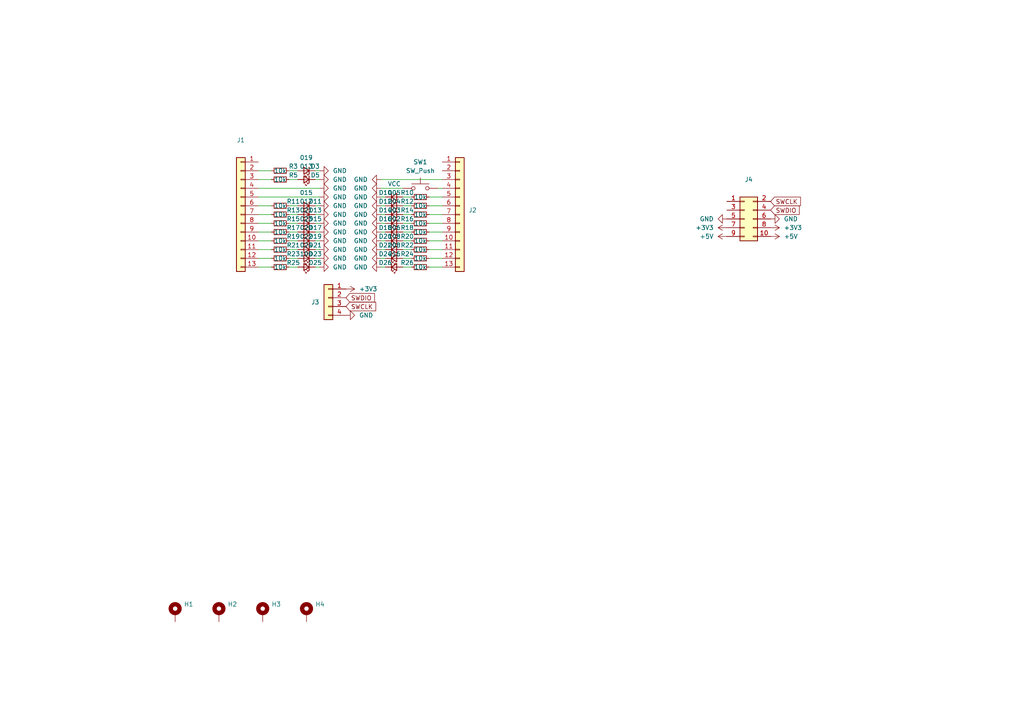
<source format=kicad_sch>
(kicad_sch (version 20211123) (generator eeschema)
  (paper "A4")
  (lib_symbols
    (symbol "Connector_Generic:Conn_01x04" (pin_names (offset 1.016) hide)
      (property "Reference" "J" (at 0 5.08 0))
      (property "Value" "Conn_01x04" (at 0 -7.62 0))
      (symbol "Conn_01x04_1_1"
        (rectangle (start -1.27 -4.953) (end 0 -5.207) (stroke (width 0.1524)))
        (rectangle (start -1.27 -2.413) (end 0 -2.667) (stroke (width 0.1524)))
        (rectangle (start -1.27 0.127) (end 0 -0.127) (stroke (width 0.1524)))
        (rectangle (start -1.27 2.667) (end 0 2.413) (stroke (width 0.1524)))
        (rectangle (start -1.27 3.81) (end 1.27 -6.35) (stroke (width 0.254)) (fill (type background)))
        (pin passive line (at -5.08 2.54 0) (length 3.81) (name "Pin_1") (number "1"))
        (pin passive line (at -5.08 0 0) (length 3.81) (name "Pin_2") (number "2"))
        (pin passive line (at -5.08 -2.54 0) (length 3.81) (name "Pin_3") (number "3"))
        (pin passive line (at -5.08 -5.08 0) (length 3.81) (name "Pin_4") (number "4"))
      )
    )
    (symbol "Connector_Generic:Conn_01x13" (pin_names (offset 1.016) hide)
      (property "Reference" "J" (at 0 17.78 0))
      (property "Value" "Conn_01x13" (at 0 -17.78 0))
      (symbol "Conn_01x13_1_1"
        (rectangle (start -1.27 -15.113) (end 0 -15.367) (stroke (width 0.1524)))
        (rectangle (start -1.27 -12.573) (end 0 -12.827) (stroke (width 0.1524)))
        (rectangle (start -1.27 -10.033) (end 0 -10.287) (stroke (width 0.1524)))
        (rectangle (start -1.27 -7.493) (end 0 -7.747) (stroke (width 0.1524)))
        (rectangle (start -1.27 -4.953) (end 0 -5.207) (stroke (width 0.1524)))
        (rectangle (start -1.27 -2.413) (end 0 -2.667) (stroke (width 0.1524)))
        (rectangle (start -1.27 0.127) (end 0 -0.127) (stroke (width 0.1524)))
        (rectangle (start -1.27 2.667) (end 0 2.413) (stroke (width 0.1524)))
        (rectangle (start -1.27 5.207) (end 0 4.953) (stroke (width 0.1524)))
        (rectangle (start -1.27 7.747) (end 0 7.493) (stroke (width 0.1524)))
        (rectangle (start -1.27 10.287) (end 0 10.033) (stroke (width 0.1524)))
        (rectangle (start -1.27 12.827) (end 0 12.573) (stroke (width 0.1524)))
        (rectangle (start -1.27 15.367) (end 0 15.113) (stroke (width 0.1524)))
        (rectangle (start -1.27 16.51) (end 1.27 -16.51) (stroke (width 0.254)) (fill (type background)))
        (pin passive line (at -5.08 15.24 0) (length 3.81) (name "Pin_1") (number "1"))
        (pin passive line (at -5.08 -7.62 0) (length 3.81) (name "Pin_10") (number "10"))
        (pin passive line (at -5.08 -10.16 0) (length 3.81) (name "Pin_11") (number "11"))
        (pin passive line (at -5.08 -12.7 0) (length 3.81) (name "Pin_12") (number "12"))
        (pin passive line (at -5.08 -15.24 0) (length 3.81) (name "Pin_13") (number "13"))
        (pin passive line (at -5.08 12.7 0) (length 3.81) (name "Pin_2") (number "2"))
        (pin passive line (at -5.08 10.16 0) (length 3.81) (name "Pin_3") (number "3"))
        (pin passive line (at -5.08 7.62 0) (length 3.81) (name "Pin_4") (number "4"))
        (pin passive line (at -5.08 5.08 0) (length 3.81) (name "Pin_5") (number "5"))
        (pin passive line (at -5.08 2.54 0) (length 3.81) (name "Pin_6") (number "6"))
        (pin passive line (at -5.08 0 0) (length 3.81) (name "Pin_7") (number "7"))
        (pin passive line (at -5.08 -2.54 0) (length 3.81) (name "Pin_8") (number "8"))
        (pin passive line (at -5.08 -5.08 0) (length 3.81) (name "Pin_9") (number "9"))
      )
    )
    (symbol "Connector_Generic:Conn_02x05_Odd_Even" (pin_names (offset 1.016) hide)
      (property "Reference" "J" (at 1.27 7.62 0))
      (property "Value" "Conn_02x05_Odd_Even" (at 1.27 -7.62 0))
      (symbol "Conn_02x05_Odd_Even_1_1"
        (rectangle (start -1.27 -4.953) (end 0 -5.207) (stroke (width 0.1524)))
        (rectangle (start -1.27 -2.413) (end 0 -2.667) (stroke (width 0.1524)))
        (rectangle (start -1.27 0.127) (end 0 -0.127) (stroke (width 0.1524)))
        (rectangle (start -1.27 2.667) (end 0 2.413) (stroke (width 0.1524)))
        (rectangle (start -1.27 5.207) (end 0 4.953) (stroke (width 0.1524)))
        (rectangle (start -1.27 6.35) (end 3.81 -6.35) (stroke (width 0.254)) (fill (type background)))
        (rectangle (start 3.81 -4.953) (end 2.54 -5.207) (stroke (width 0.1524)))
        (rectangle (start 3.81 -2.413) (end 2.54 -2.667) (stroke (width 0.1524)))
        (rectangle (start 3.81 0.127) (end 2.54 -0.127) (stroke (width 0.1524)))
        (rectangle (start 3.81 2.667) (end 2.54 2.413) (stroke (width 0.1524)))
        (rectangle (start 3.81 5.207) (end 2.54 4.953) (stroke (width 0.1524)))
        (pin passive line (at -5.08 5.08 0) (length 3.81) (name "Pin_1") (number "1"))
        (pin passive line (at 7.62 -5.08 180) (length 3.81) (name "Pin_10") (number "10"))
        (pin passive line (at 7.62 5.08 180) (length 3.81) (name "Pin_2") (number "2"))
        (pin passive line (at -5.08 2.54 0) (length 3.81) (name "Pin_3") (number "3"))
        (pin passive line (at 7.62 2.54 180) (length 3.81) (name "Pin_4") (number "4"))
        (pin passive line (at -5.08 0 0) (length 3.81) (name "Pin_5") (number "5"))
        (pin passive line (at 7.62 0 180) (length 3.81) (name "Pin_6") (number "6"))
        (pin passive line (at -5.08 -2.54 0) (length 3.81) (name "Pin_7") (number "7"))
        (pin passive line (at 7.62 -2.54 180) (length 3.81) (name "Pin_8") (number "8"))
        (pin passive line (at -5.08 -5.08 0) (length 3.81) (name "Pin_9") (number "9"))
      )
    )
    (symbol "Device:LED_Small" (pin_numbers hide) (pin_names (offset 0.254) hide)
      (property "Reference" "D" (at -1.27 3.175 0))
      (property "Value" "LED_Small" (at -4.445 -2.54 0))
      (symbol "LED_Small_0_1"
        (polyline (pts (xy -0.762 -1.016) (xy -0.762 1.016)) (stroke (width 0.254)))
        (polyline (pts (xy 1.016 0) (xy -0.762 0)))
        (polyline (pts (xy 0.762 -1.016) (xy -0.762 0) (xy 0.762 1.016) (xy 0.762 -1.016)) (stroke (width 0.254)))
        (polyline (pts (xy 0 0.762) (xy -0.508 1.27) (xy -0.254 1.27) (xy -0.508 1.27) (xy -0.508 1.016)))
        (polyline (pts (xy 0.508 1.27) (xy 0 1.778) (xy 0.254 1.778) (xy 0 1.778) (xy 0 1.524)))
      )
      (symbol "LED_Small_1_1"
        (pin passive line (at -2.54 0 0) (length 1.778) (name "K") (number "1"))
        (pin passive line (at 2.54 0 180) (length 1.778) (name "A") (number "2"))
      )
    )
    (symbol "Device:R_Small" (pin_numbers hide) (pin_names (offset 0.254) hide)
      (property "Reference" "R" (at 0.762 0.508 0))
      (property "Value" "R_Small" (at 0.762 -1.016 0))
      (symbol "R_Small_0_1"
        (rectangle (start -0.762 1.778) (end 0.762 -1.778) (stroke (width 0.2032)))
      )
      (symbol "R_Small_1_1"
        (pin passive line (at 0 2.54 270) (length 0.762) (name "~") (number "1"))
        (pin passive line (at 0 -2.54 90) (length 0.762) (name "~") (number "2"))
      )
    )
    (symbol "Mechanical:MountingHole_Pad" (pin_numbers hide) (pin_names (offset 1.016) hide)
      (property "Reference" "H" (at 0 6.35 0))
      (property "Value" "MountingHole_Pad" (at 0 4.445 0))
      (symbol "MountingHole_Pad_0_1"
        (circle (center 0 1.27) (radius 1.27) (stroke (width 1.27)))
      )
      (symbol "MountingHole_Pad_1_1"
        (pin input line (at 0 -2.54 90) (length 2.54) (name "1") (number "1"))
      )
    )
    (symbol "Switch:SW_Push" (pin_numbers hide) (pin_names (offset 1.016) hide)
      (property "Reference" "SW" (at 1.27 2.54 0))
      (property "Value" "SW_Push" (at 0 -1.524 0))
      (symbol "SW_Push_0_1"
        (circle (center -2.032 0) (radius 0.508))
        (polyline (pts (xy 0 1.27) (xy 0 3.048)))
        (polyline (pts (xy 2.54 1.27) (xy -2.54 1.27)))
        (circle (center 2.032 0) (radius 0.508))
        (pin passive line (at -5.08 0 0) (length 2.54) (name "1") (number "1"))
        (pin passive line (at 5.08 0 180) (length 2.54) (name "2") (number "2"))
      )
    )
    (symbol "power:+3.3V" (power) (pin_names (offset 0))
      (property "Value" "+3.3V" (at 0 3.556 0))
      (symbol "+3.3V_0_1"
        (polyline (pts (xy -0.762 1.27) (xy 0 2.54)))
        (polyline (pts (xy 0 0) (xy 0 2.54)))
        (polyline (pts (xy 0 2.54) (xy 0.762 1.27)))
      )
      (symbol "+3.3V_1_1"
        (pin power_in line (at 0 0 90) (length 0) hide (name "+3V3") (number "1"))
      )
    )
    (symbol "power:+5V" (power) (pin_names (offset 0))
      (property "Value" "+5V" (at 0 3.556 0))
      (symbol "+5V_0_1"
        (polyline (pts (xy -0.762 1.27) (xy 0 2.54)))
        (polyline (pts (xy 0 0) (xy 0 2.54)))
        (polyline (pts (xy 0 2.54) (xy 0.762 1.27)))
      )
      (symbol "+5V_1_1"
        (pin power_in line (at 0 0 90) (length 0) hide (name "+5V") (number "1"))
      )
    )
    (symbol "power:GND" (power) (pin_names (offset 0))
      (property "Value" "GND" (at 0 -3.81 0))
      (symbol "GND_0_1"
        (polyline (pts (xy 0 0) (xy 0 -1.27) (xy 1.27 -1.27) (xy 0 -2.54) (xy -1.27 -1.27) (xy 0 -1.27)))
      )
      (symbol "GND_1_1"
        (pin power_in line (at 0 0 270) (length 0) hide (name "GND") (number "1"))
      )
    )
  )
  (wire (pts (xy 128.27 67.31) (xy 124.46 67.31)))
  (wire (pts (xy 110.49 62.23) (xy 111.76 62.23)))
  (wire (pts (xy 92.71 72.39) (xy 91.44 72.39)))
  (wire (pts (xy 110.49 64.77) (xy 111.76 64.77)))
  (wire (pts (xy 92.71 67.31) (xy 91.44 67.31)))
  (wire (pts (xy 74.93 72.39) (xy 78.74 72.39)))
  (wire (pts (xy 92.71 64.77) (xy 91.44 64.77)))
  (wire (pts (xy 119.38 69.85) (xy 116.84 69.85)))
  (wire (pts (xy 83.82 69.85) (xy 86.36 69.85)))
  (wire (pts (xy 74.93 49.53) (xy 78.74 49.53)))
  (wire (pts (xy 83.82 77.47) (xy 86.36 77.47)))
  (wire (pts (xy 128.27 72.39) (xy 124.46 72.39)))
  (wire (pts (xy 110.49 54.61) (xy 116.84 54.61)))
  (wire (pts (xy 74.93 52.07) (xy 78.74 52.07)))
  (wire (pts (xy 128.27 64.77) (xy 124.46 64.77)))
  (wire (pts (xy 83.82 67.31) (xy 86.36 67.31)))
  (wire (pts (xy 119.38 67.31) (xy 116.84 67.31)))
  (wire (pts (xy 110.49 72.39) (xy 111.76 72.39)))
  (wire (pts (xy 119.38 74.93) (xy 116.84 74.93)))
  (wire (pts (xy 119.38 64.77) (xy 116.84 64.77)))
  (wire (pts (xy 110.49 57.15) (xy 111.76 57.15)))
  (wire (pts (xy 74.93 62.23) (xy 78.74 62.23)))
  (wire (pts (xy 128.27 69.85) (xy 124.46 69.85)))
  (wire (pts (xy 119.38 57.15) (xy 116.84 57.15)))
  (wire (pts (xy 110.49 77.47) (xy 111.76 77.47)))
  (wire (pts (xy 83.82 59.69) (xy 86.36 59.69)))
  (wire (pts (xy 74.93 67.31) (xy 78.74 67.31)))
  (wire (pts (xy 92.71 59.69) (xy 91.44 59.69)))
  (wire (pts (xy 119.38 77.47) (xy 116.84 77.47)))
  (wire (pts (xy 83.82 49.53) (xy 86.36 49.53)))
  (wire (pts (xy 92.71 62.23) (xy 91.44 62.23)))
  (wire (pts (xy 110.49 59.69) (xy 111.76 59.69)))
  (wire (pts (xy 128.27 62.23) (xy 124.46 62.23)))
  (wire (pts (xy 110.49 69.85) (xy 111.76 69.85)))
  (wire (pts (xy 127 54.61) (xy 128.27 54.61)))
  (wire (pts (xy 83.82 64.77) (xy 86.36 64.77)))
  (wire (pts (xy 83.82 72.39) (xy 86.36 72.39)))
  (wire (pts (xy 92.71 49.53) (xy 91.44 49.53)))
  (wire (pts (xy 83.82 74.93) (xy 86.36 74.93)))
  (wire (pts (xy 110.49 52.07) (xy 128.27 52.07)))
  (wire (pts (xy 92.71 69.85) (xy 91.44 69.85)))
  (wire (pts (xy 119.38 62.23) (xy 116.84 62.23)))
  (wire (pts (xy 92.71 74.93) (xy 91.44 74.93)))
  (wire (pts (xy 74.93 77.47) (xy 78.74 77.47)))
  (wire (pts (xy 92.71 54.61) (xy 74.93 54.61)))
  (wire (pts (xy 74.93 64.77) (xy 78.74 64.77)))
  (wire (pts (xy 119.38 59.69) (xy 116.84 59.69)))
  (wire (pts (xy 128.27 59.69) (xy 124.46 59.69)))
  (wire (pts (xy 92.71 77.47) (xy 91.44 77.47)))
  (wire (pts (xy 74.93 69.85) (xy 78.74 69.85)))
  (wire (pts (xy 92.71 52.07) (xy 91.44 52.07)))
  (wire (pts (xy 110.49 67.31) (xy 111.76 67.31)))
  (wire (pts (xy 128.27 57.15) (xy 124.46 57.15)))
  (wire (pts (xy 92.71 57.15) (xy 74.93 57.15)))
  (wire (pts (xy 74.93 74.93) (xy 78.74 74.93)))
  (wire (pts (xy 128.27 74.93) (xy 124.46 74.93)))
  (wire (pts (xy 128.27 77.47) (xy 124.46 77.47)))
  (wire (pts (xy 83.82 52.07) (xy 86.36 52.07)))
  (wire (pts (xy 110.49 74.93) (xy 111.76 74.93)))
  (wire (pts (xy 83.82 62.23) (xy 86.36 62.23)))
  (wire (pts (xy 74.93 59.69) (xy 78.74 59.69)))
  (wire (pts (xy 119.38 72.39) (xy 116.84 72.39)))
  (global_label "SWCLK" (shape input) (at 223.52 58.42 0) (property "Intersheet References" "${INTERSHEET_REFS}" (effects hide)))
  (global_label "SWDIO" (shape input) (at 100.33 86.36 0) (property "Intersheet References" "${INTERSHEET_REFS}" (effects hide)))
  (global_label "SWCLK" (shape input) (at 100.33 88.9 0) (property "Intersheet References" "${INTERSHEET_REFS}" (effects hide)))
  (global_label "SWDIO" (shape input) (at 223.52 60.96 0) (property "Intersheet References" "${INTERSHEET_REFS}" (effects hide)))
  (symbol (lib_id "Device:R_Small") (at 121.92 77.47 270) (mirror x) (unit 1)
    (property "Reference" "R26" (at 118.11 76.2 90))
    (property "Value" "10k" (at 121.92 77.47 90))
    (property "Footprint" "Library:R_0603_1608Metric_Pad0.98x0.95mm_HandSolder" (effects hide))
  )
  (symbol (lib_id "Device:R_Small") (at 81.28 49.53 90) (unit 1)
    (property "Reference" "R3" (at 85.09 48.26 90))
    (property "Value" "10k" (at 81.28 49.53 90))
    (property "Footprint" "Library:R_0603_1608Metric_Pad0.98x0.95mm_HandSolder" (effects hide))
  )
  (symbol (lib_id "power:GND") (at 92.71 77.47 90) (unit 1)
    (property "Reference" "#PWR0101" (effects hide))
    (property "Value" "GND" (at 96.52 77.4699 90) (effects (justify right)))
  )
  (symbol (lib_id "Device:R_Small") (at 121.92 59.69 270) (mirror x) (unit 1)
    (property "Reference" "R12" (at 118.11 58.42 90))
    (property "Value" "10k" (at 121.92 59.69 90))
    (property "Footprint" "Library:R_0603_1608Metric_Pad0.98x0.95mm_HandSolder" (effects hide))
  )
  (symbol (lib_id "Device:LED_Small") (at 114.3 77.47 0) (mirror x) (unit 1)
    (property "Reference" "D26" (at 111.76 76.2 0))
    (property "Value" "016" (at 114.3635 73.66 0))
    (property "Footprint" "Library:LED_0603_1608Metric_Pad1.05x0.95mm_HandSolder" (effects hide))
  )
  (symbol (lib_id "power:GND") (at 110.49 77.47 270) (mirror x) (unit 1)
    (property "Reference" "#PWR0104" (effects hide))
    (property "Value" "GND" (at 106.68 77.4699 90) (effects (justify right)))
  )
  (symbol (lib_id "Device:R_Small") (at 81.28 52.07 90) (unit 1)
    (property "Reference" "R5" (at 85.09 50.8 90))
    (property "Value" "10k" (at 81.28 52.07 90))
    (property "Footprint" "Library:R_0603_1608Metric_Pad0.98x0.95mm_HandSolder" (effects hide))
  )
  (symbol (lib_id "Device:R_Small") (at 121.92 72.39 270) (mirror x) (unit 1)
    (property "Reference" "R22" (at 118.11 71.12 90))
    (property "Value" "10k" (at 121.92 72.39 90))
    (property "Footprint" "Library:R_0603_1608Metric_Pad0.98x0.95mm_HandSolder" (effects hide))
  )
  (symbol (lib_id "power:GND") (at 92.71 72.39 90) (unit 1)
    (property "Reference" "#PWR0110" (effects hide))
    (property "Value" "GND" (at 96.52 72.3899 90) (effects (justify right)))
  )
  (symbol (lib_id "Mechanical:MountingHole_Pad") (at 88.9 177.8 0) (unit 1)
    (property "Reference" "H4" (at 91.44 175.2599 0) (effects (justify left)))
    (property "Value" " " (at 91.44 177.7999 0) (effects (justify left)))
    (property "Footprint" "MountingHole:MountingHole_3.2mm_M3_Pad_Via" (effects hide))
  )
  (symbol (lib_id "Device:R_Small") (at 81.28 74.93 90) (unit 1)
    (property "Reference" "R23" (at 85.09 73.66 90))
    (property "Value" "10k" (at 81.28 74.93 90))
    (property "Footprint" "Library:R_0603_1608Metric_Pad0.98x0.95mm_HandSolder" (effects hide))
  )
  (symbol (lib_id "Device:LED_Small") (at 114.3 69.85 0) (mirror x) (unit 1)
    (property "Reference" "D20" (at 111.76 68.58 0))
    (property "Value" "006" (at 114.3635 66.04 0))
    (property "Footprint" "Library:LED_0603_1608Metric_Pad1.05x0.95mm_HandSolder" (effects hide))
  )
  (symbol (lib_id "Device:LED_Small") (at 114.3 59.69 0) (mirror x) (unit 1)
    (property "Reference" "D12" (at 111.76 58.42 0))
    (property "Value" "005" (at 114.3635 55.88 0))
    (property "Footprint" "Library:LED_0603_1608Metric_Pad1.05x0.95mm_HandSolder" (effects hide))
  )
  (symbol (lib_id "Device:R_Small") (at 121.92 74.93 270) (mirror x) (unit 1)
    (property "Reference" "R24" (at 118.11 73.66 90))
    (property "Value" "10k" (at 121.92 74.93 90))
    (property "Footprint" "Library:R_0603_1608Metric_Pad0.98x0.95mm_HandSolder" (effects hide))
  )
  (symbol (lib_id "Device:R_Small") (at 121.92 62.23 270) (mirror x) (unit 1)
    (property "Reference" "R14" (at 118.11 60.96 90))
    (property "Value" "10k" (at 121.92 62.23 90))
    (property "Footprint" "Library:R_0603_1608Metric_Pad0.98x0.95mm_HandSolder" (effects hide))
  )
  (symbol (lib_id "Switch:SW_Push") (at 121.92 54.61 0) (unit 1)
    (property "Reference" "SW1" (at 121.92 46.99 0))
    (property "Value" "SW_Push" (at 121.92 49.53 0))
    (property "Footprint" "Button_Switch_SMD:SW_SPST_TL3342" (effects hide))
  )
  (symbol (lib_id "power:+5V") (at 223.52 68.58 270) (unit 1)
    (property "Reference" "#PWR0123" (effects hide))
    (property "Value" "+5V" (at 227.33 68.5799 90) (effects (justify left)))
  )
  (symbol (lib_id "power:GND") (at 110.49 57.15 270) (mirror x) (unit 1)
    (property "Reference" "#PWR0121" (effects hide))
    (property "Value" "GND" (at 106.68 57.1499 90) (effects (justify right)))
  )
  (symbol (lib_id "Device:R_Small") (at 81.28 67.31 90) (unit 1)
    (property "Reference" "R17" (at 85.09 66.04 90))
    (property "Value" "10k" (at 81.28 67.31 90))
    (property "Footprint" "Library:R_0603_1608Metric_Pad0.98x0.95mm_HandSolder" (effects hide))
  )
  (symbol (lib_id "power:GND") (at 92.71 59.69 90) (unit 1)
    (property "Reference" "#PWR0118" (effects hide))
    (property "Value" "GND" (at 96.52 59.6899 90) (effects (justify right)))
  )
  (symbol (lib_id "Device:LED_Small") (at 88.9 64.77 180) (unit 1)
    (property "Reference" "D15" (at 91.44 63.5 0))
    (property "Value" "021" (at 88.8365 60.96 0))
    (property "Footprint" "Library:LED_0603_1608Metric_Pad1.05x0.95mm_HandSolder" (effects hide))
  )
  (symbol (lib_id "power:GND") (at 110.49 59.69 270) (mirror x) (unit 1)
    (property "Reference" "#PWR0124" (effects hide))
    (property "Value" "GND" (at 106.68 59.6899 90) (effects (justify right)))
  )
  (symbol (lib_id "power:GND") (at 223.52 63.5 90) (unit 1)
    (property "Reference" "#PWR0112" (effects hide))
    (property "Value" "GND" (at 227.33 63.4999 90) (effects (justify right)))
  )
  (symbol (lib_id "Device:R_Small") (at 81.28 69.85 90) (unit 1)
    (property "Reference" "R19" (at 85.09 68.58 90))
    (property "Value" "10k" (at 81.28 69.85 90))
    (property "Footprint" "Library:R_0603_1608Metric_Pad0.98x0.95mm_HandSolder" (effects hide))
  )
  (symbol (lib_id "Device:LED_Small") (at 88.9 67.31 180) (unit 1)
    (property "Reference" "D17" (at 91.44 66.04 0))
    (property "Value" "023" (at 88.8365 63.5 0))
    (property "Footprint" "Library:LED_0603_1608Metric_Pad1.05x0.95mm_HandSolder" (effects hide))
  )
  (symbol (lib_id "Device:LED_Small") (at 114.3 72.39 0) (mirror x) (unit 1)
    (property "Reference" "D22" (at 111.76 71.12 0))
    (property "Value" "108" (at 114.3635 68.58 0))
    (property "Footprint" "Library:LED_0603_1608Metric_Pad1.05x0.95mm_HandSolder" (effects hide))
  )
  (symbol (lib_id "power:GND") (at 92.71 74.93 90) (unit 1)
    (property "Reference" "#PWR0109" (effects hide))
    (property "Value" "GND" (at 96.52 74.9299 90) (effects (justify right)))
  )
  (symbol (lib_id "power:GND") (at 110.49 69.85 270) (mirror x) (unit 1)
    (property "Reference" "#PWR0106" (effects hide))
    (property "Value" "GND" (at 106.68 69.8499 90) (effects (justify right)))
  )
  (symbol (lib_id "power:GND") (at 92.71 52.07 90) (unit 1)
    (property "Reference" "#PWR0115" (effects hide))
    (property "Value" "GND" (at 96.52 52.0699 90) (effects (justify right)))
  )
  (symbol (lib_id "power:GND") (at 110.49 74.93 270) (mirror x) (unit 1)
    (property "Reference" "#PWR0107" (effects hide))
    (property "Value" "GND" (at 106.68 74.9299 90) (effects (justify right)))
  )
  (symbol (lib_id "power:GND") (at 110.49 62.23 270) (mirror x) (unit 1)
    (property "Reference" "#PWR0126" (effects hide))
    (property "Value" "GND" (at 106.68 62.2299 90) (effects (justify right)))
  )
  (symbol (lib_id "Connector_Generic:Conn_01x13") (at 69.85 62.23 0) (mirror y) (unit 1)
    (property "Reference" "J1" (at 69.85 40.64 0))
    (property "Value" " " (at 69.85 43.18 0))
    (property "Footprint" "Library:PinHeader_1x13_P2.54mm_Vertical" (effects hide))
  )
  (symbol (lib_id "power:+3.3V") (at 223.52 66.04 270) (unit 1)
    (property "Reference" "#PWR0122" (effects hide))
    (property "Value" "+3.3V" (at 227.33 66.0399 90) (effects (justify left)))
  )
  (symbol (lib_id "power:GND") (at 110.49 54.61 270) (unit 1)
    (property "Reference" "#PWR0130" (effects hide))
    (property "Value" "GND" (at 106.68 54.6099 90) (effects (justify right)))
  )
  (symbol (lib_id "Device:R_Small") (at 121.92 69.85 270) (mirror x) (unit 1)
    (property "Reference" "R20" (at 118.11 68.58 90))
    (property "Value" "10k" (at 121.92 69.85 90))
    (property "Footprint" "Library:R_0603_1608Metric_Pad0.98x0.95mm_HandSolder" (effects hide))
  )
  (symbol (lib_id "Mechanical:MountingHole_Pad") (at 50.8 177.8 0) (unit 1)
    (property "Reference" "H1" (at 53.34 175.2599 0) (effects (justify left)))
    (property "Value" " " (at 53.34 177.7999 0) (effects (justify left)))
    (property "Footprint" "MountingHole:MountingHole_3.2mm_M3_Pad_Via" (effects hide))
  )
  (symbol (lib_id "Connector_Generic:Conn_02x05_Odd_Even") (at 215.9 63.5 0) (unit 1)
    (property "Reference" "J4" (at 217.17 52.07 0))
    (property "Value" " " (at 217.17 54.61 0))
    (property "Footprint" "Connector_IDC:IDC-Header_2x05_P2.54mm_Vertical" (effects hide))
  )
  (symbol (lib_id "Device:R_Small") (at 81.28 59.69 90) (unit 1)
    (property "Reference" "R11" (at 85.09 58.42 90))
    (property "Value" "10k" (at 81.28 59.69 90))
    (property "Footprint" "Library:R_0603_1608Metric_Pad0.98x0.95mm_HandSolder" (effects hide))
  )
  (symbol (lib_id "Device:R_Small") (at 121.92 57.15 270) (mirror x) (unit 1)
    (property "Reference" "R10" (at 118.11 55.88 90))
    (property "Value" "10k" (at 121.92 57.15 90))
    (property "Footprint" "Library:R_0603_1608Metric_Pad0.98x0.95mm_HandSolder" (effects hide))
  )
  (symbol (lib_id "Mechanical:MountingHole_Pad") (at 63.5 177.8 0) (unit 1)
    (property "Reference" "H2" (at 66.04 175.2599 0) (effects (justify left)))
    (property "Value" " " (at 66.04 177.7999 0) (effects (justify left)))
    (property "Footprint" "MountingHole:MountingHole_3.2mm_M3_Pad_Via" (effects hide))
  )
  (symbol (lib_id "Device:LED_Small") (at 114.3 57.15 0) (mirror x) (unit 1)
    (property "Reference" "D10" (at 111.76 55.88 0))
    (property "Value" "VCC" (at 114.3635 53.34 0))
    (property "Footprint" "Library:LED_0603_1608Metric_Pad1.05x0.95mm_HandSolder" (effects hide))
  )
  (symbol (lib_id "Device:LED_Small") (at 88.9 59.69 180) (unit 1)
    (property "Reference" "D11" (at 91.44 58.42 0))
    (property "Value" "015" (at 88.8365 55.88 0))
    (property "Footprint" "Library:LED_0603_1608Metric_Pad1.05x0.95mm_HandSolder" (effects hide))
  )
  (symbol (lib_id "power:GND") (at 92.71 62.23 90) (unit 1)
    (property "Reference" "#PWR0119" (effects hide))
    (property "Value" "GND" (at 96.52 62.2299 90) (effects (justify right)))
  )
  (symbol (lib_id "Device:LED_Small") (at 88.9 52.07 180) (unit 1)
    (property "Reference" "D5" (at 91.44 50.8 0))
    (property "Value" "013" (at 88.8365 48.26 0))
    (property "Footprint" "Library:LED_0603_1608Metric_Pad1.05x0.95mm_HandSolder" (effects hide))
  )
  (symbol (lib_id "power:GND") (at 92.71 67.31 90) (unit 1)
    (property "Reference" "#PWR0111" (effects hide))
    (property "Value" "GND" (at 96.52 67.3099 90) (effects (justify right)))
  )
  (symbol (lib_id "Device:R_Small") (at 81.28 62.23 90) (unit 1)
    (property "Reference" "R13" (at 85.09 60.96 90))
    (property "Value" "10k" (at 81.28 62.23 90))
    (property "Footprint" "Library:R_0603_1608Metric_Pad0.98x0.95mm_HandSolder" (effects hide))
  )
  (symbol (lib_id "power:+3.3V") (at 210.82 66.04 90) (mirror x) (unit 1)
    (property "Reference" "#PWR0120" (effects hide))
    (property "Value" "+3.3V" (at 207.01 66.0399 90) (effects (justify left)))
  )
  (symbol (lib_id "power:GND") (at 92.71 49.53 90) (unit 1)
    (property "Reference" "#PWR0113" (effects hide))
    (property "Value" "GND" (at 96.52 49.5299 90) (effects (justify right)))
  )
  (symbol (lib_id "power:GND") (at 92.71 54.61 90) (mirror x) (unit 1)
    (property "Reference" "#PWR0128" (effects hide))
    (property "Value" "GND" (at 96.52 54.6101 90) (effects (justify right)))
  )
  (symbol (lib_id "Device:LED_Small") (at 114.3 74.93 0) (mirror x) (unit 1)
    (property "Reference" "D24" (at 111.76 73.66 0))
    (property "Value" "008" (at 114.3635 71.12 0))
    (property "Footprint" "Library:LED_0603_1608Metric_Pad1.05x0.95mm_HandSolder" (effects hide))
  )
  (symbol (lib_id "Connector_Generic:Conn_01x04") (at 95.25 86.36 0) (mirror y) (unit 1)
    (property "Reference" "J3" (at 91.44 87.63 0))
    (property "Value" " " (at 95.25 80.01 0))
    (property "Footprint" "Library:PinHeader_1x04_P2.54mm_Vertical" (effects hide))
  )
  (symbol (lib_id "Device:LED_Small") (at 88.9 69.85 180) (unit 1)
    (property "Reference" "D19" (at 91.44 68.58 0))
    (property "Value" "020" (at 88.8365 66.04 0))
    (property "Footprint" "Library:LED_0603_1608Metric_Pad1.05x0.95mm_HandSolder" (effects hide))
  )
  (symbol (lib_id "Device:R_Small") (at 81.28 72.39 90) (unit 1)
    (property "Reference" "R21" (at 85.09 71.12 90))
    (property "Value" "10k" (at 81.28 72.39 90))
    (property "Footprint" "Library:R_0603_1608Metric_Pad0.98x0.95mm_HandSolder" (effects hide))
  )
  (symbol (lib_id "power:GND") (at 92.71 57.15 90) (unit 1)
    (property "Reference" "#PWR0129" (effects hide))
    (property "Value" "GND" (at 96.52 57.1501 90) (effects (justify right)))
  )
  (symbol (lib_id "Device:LED_Small") (at 114.3 64.77 0) (mirror x) (unit 1)
    (property "Reference" "D16" (at 111.76 63.5 0))
    (property "Value" "003" (at 114.3635 60.96 0))
    (property "Footprint" "Library:LED_0603_1608Metric_Pad1.05x0.95mm_HandSolder" (effects hide))
  )
  (symbol (lib_id "power:GND") (at 110.49 64.77 270) (mirror x) (unit 1)
    (property "Reference" "#PWR0103" (effects hide))
    (property "Value" "GND" (at 106.68 64.7699 90) (effects (justify right)))
  )
  (symbol (lib_id "power:GND") (at 210.82 63.5 270) (mirror x) (unit 1)
    (property "Reference" "#PWR0116" (effects hide))
    (property "Value" "GND" (at 207.01 63.4999 90) (effects (justify right)))
  )
  (symbol (lib_id "Device:LED_Small") (at 114.3 67.31 0) (mirror x) (unit 1)
    (property "Reference" "D18" (at 111.76 66.04 0))
    (property "Value" "002" (at 114.3635 63.5 0))
    (property "Footprint" "Library:LED_0603_1608Metric_Pad1.05x0.95mm_HandSolder" (effects hide))
  )
  (symbol (lib_id "Device:R_Small") (at 121.92 67.31 270) (mirror x) (unit 1)
    (property "Reference" "R18" (at 118.11 66.04 90))
    (property "Value" "10k" (at 121.92 67.31 90))
    (property "Footprint" "Library:R_0603_1608Metric_Pad0.98x0.95mm_HandSolder" (effects hide))
  )
  (symbol (lib_id "Device:LED_Small") (at 88.9 62.23 180) (unit 1)
    (property "Reference" "D13" (at 91.44 60.96 0))
    (property "Value" "017" (at 88.8365 58.42 0))
    (property "Footprint" "Library:LED_0603_1608Metric_Pad1.05x0.95mm_HandSolder" (effects hide))
  )
  (symbol (lib_id "power:GND") (at 92.71 69.85 90) (unit 1)
    (property "Reference" "#PWR0108" (effects hide))
    (property "Value" "GND" (at 96.52 69.8499 90) (effects (justify right)))
  )
  (symbol (lib_id "power:+5V") (at 210.82 68.58 90) (mirror x) (unit 1)
    (property "Reference" "#PWR0114" (effects hide))
    (property "Value" "+5V" (at 207.01 68.5799 90) (effects (justify left)))
  )
  (symbol (lib_id "Connector_Generic:Conn_01x13") (at 133.35 62.23 0) (unit 1)
    (property "Reference" "J2" (at 135.89 60.9599 0) (effects (justify left)))
    (property "Value" " " (at 135.89 63.4999 0) (effects (justify left)))
    (property "Footprint" "Library:PinHeader_1x13_P2.54mm_Vertical" (effects hide))
  )
  (symbol (lib_id "power:GND") (at 110.49 72.39 270) (mirror x) (unit 1)
    (property "Reference" "#PWR0105" (effects hide))
    (property "Value" "GND" (at 106.68 72.3899 90) (effects (justify right)))
  )
  (symbol (lib_id "power:GND") (at 92.71 64.77 90) (unit 1)
    (property "Reference" "#PWR0117" (effects hide))
    (property "Value" "GND" (at 96.52 64.7699 90) (effects (justify right)))
  )
  (symbol (lib_id "Device:LED_Small") (at 88.9 77.47 180) (unit 1)
    (property "Reference" "D25" (at 91.44 76.2 0))
    (property "Value" "100" (at 88.8365 73.66 0))
    (property "Footprint" "Library:LED_0603_1608Metric_Pad1.05x0.95mm_HandSolder" (effects hide))
  )
  (symbol (lib_id "power:GND") (at 110.49 67.31 270) (mirror x) (unit 1)
    (property "Reference" "#PWR0102" (effects hide))
    (property "Value" "GND" (at 106.68 67.3099 90) (effects (justify right)))
  )
  (symbol (lib_id "Device:LED_Small") (at 114.3 62.23 0) (mirror x) (unit 1)
    (property "Reference" "D14" (at 111.76 60.96 0))
    (property "Value" "004" (at 114.3635 58.42 0))
    (property "Footprint" "Library:LED_0603_1608Metric_Pad1.05x0.95mm_HandSolder" (effects hide))
  )
  (symbol (lib_id "power:GND") (at 100.33 91.44 90) (unit 1)
    (property "Reference" "#PWR0127" (effects hide))
    (property "Value" "GND" (at 104.14 91.4399 90) (effects (justify right)))
  )
  (symbol (lib_id "Device:R_Small") (at 81.28 77.47 90) (unit 1)
    (property "Reference" "R25" (at 85.09 76.2 90))
    (property "Value" "10k" (at 81.28 77.47 90))
    (property "Footprint" "Library:R_0603_1608Metric_Pad0.98x0.95mm_HandSolder" (effects hide))
  )
  (symbol (lib_id "power:GND") (at 110.49 52.07 270) (unit 1)
    (property "Reference" "#PWR0131" (effects hide))
    (property "Value" "GND" (at 106.68 52.0699 90) (effects (justify right)))
  )
  (symbol (lib_id "power:+3.3V") (at 100.33 83.82 270) (unit 1)
    (property "Reference" "#PWR0125" (effects hide))
    (property "Value" "+3.3V" (at 104.14 83.8199 90) (effects (justify left)))
  )
  (symbol (lib_id "Device:LED_Small") (at 88.9 72.39 180) (unit 1)
    (property "Reference" "D21" (at 91.44 71.12 0))
    (property "Value" "022" (at 88.8365 68.58 0))
    (property "Footprint" "Library:LED_0603_1608Metric_Pad1.05x0.95mm_HandSolder" (effects hide))
  )
  (symbol (lib_id "Mechanical:MountingHole_Pad") (at 76.2 177.8 0) (unit 1)
    (property "Reference" "H3" (at 78.74 175.2599 0) (effects (justify left)))
    (property "Value" " " (at 78.74 177.7999 0) (effects (justify left)))
    (property "Footprint" "MountingHole:MountingHole_3.2mm_M3_Pad_Via" (effects hide))
  )
  (symbol (lib_id "Device:R_Small") (at 81.28 64.77 90) (unit 1)
    (property "Reference" "R15" (at 85.09 63.5 90))
    (property "Value" "10k" (at 81.28 64.77 90))
    (property "Footprint" "Library:R_0603_1608Metric_Pad0.98x0.95mm_HandSolder" (effects hide))
  )
  (symbol (lib_id "Device:R_Small") (at 121.92 64.77 270) (mirror x) (unit 1)
    (property "Reference" "R16" (at 118.11 63.5 90))
    (property "Value" "10k" (at 121.92 64.77 90))
    (property "Footprint" "Library:R_0603_1608Metric_Pad0.98x0.95mm_HandSolder" (effects hide))
  )
  (symbol (lib_id "Device:LED_Small") (at 88.9 74.93 180) (unit 1)
    (property "Reference" "D23" (at 91.44 73.66 0))
    (property "Value" "024" (at 88.8365 71.12 0))
    (property "Footprint" "Library:LED_0603_1608Metric_Pad1.05x0.95mm_HandSolder" (effects hide))
  )
  (symbol (lib_id "Device:LED_Small") (at 88.9 49.53 180) (unit 1)
    (property "Reference" "D3" (at 91.44 48.26 0))
    (property "Value" "019" (at 88.8365 45.72 0))
    (property "Footprint" "Library:LED_0603_1608Metric_Pad1.05x0.95mm_HandSolder" (effects hide))
  )
)
</source>
